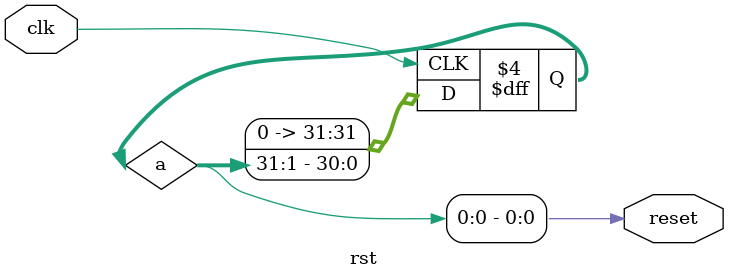
<source format=v>
module rst
(
  input wire clk,
  output wire reset

);

reg [31:0] a=32'hf0000000;

always @(posedge clk)
begin

	a<=a>>1;

end

assign reset = a [0];

endmodule

</source>
